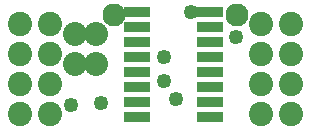
<source format=gts>
G04 MADE WITH FRITZING*
G04 WWW.FRITZING.ORG*
G04 DOUBLE SIDED*
G04 HOLES PLATED*
G04 CONTOUR ON CENTER OF CONTOUR VECTOR*
%ASAXBY*%
%FSLAX23Y23*%
%MOIN*%
%OFA0B0*%
%SFA1.0B1.0*%
%ADD10C,0.049370*%
%ADD11C,0.080000*%
%ADD12C,0.080866*%
%ADD13C,0.076929*%
%ADD14R,0.090000X0.036000*%
%LNMASK1*%
G90*
G70*
G54D10*
X375Y78D03*
X588Y153D03*
X275Y73D03*
G54D11*
X290Y208D03*
X290Y309D03*
X360Y208D03*
X360Y309D03*
G54D12*
X910Y243D03*
X910Y343D03*
X1010Y43D03*
X910Y43D03*
X1010Y343D03*
X1010Y143D03*
X910Y143D03*
X1010Y243D03*
X205Y243D03*
G54D13*
X420Y373D03*
G54D12*
X105Y243D03*
X105Y143D03*
X105Y43D03*
X105Y343D03*
X205Y143D03*
X205Y343D03*
G54D13*
X830Y373D03*
G54D12*
X205Y43D03*
G54D10*
X825Y298D03*
X678Y383D03*
X628Y93D03*
X588Y233D03*
G54D14*
X498Y383D03*
X498Y333D03*
X498Y283D03*
X498Y233D03*
X498Y183D03*
X498Y133D03*
X498Y83D03*
X498Y33D03*
X740Y33D03*
X740Y83D03*
X740Y133D03*
X740Y183D03*
X740Y233D03*
X740Y283D03*
X740Y333D03*
X740Y383D03*
G04 End of Mask1*
M02*
</source>
